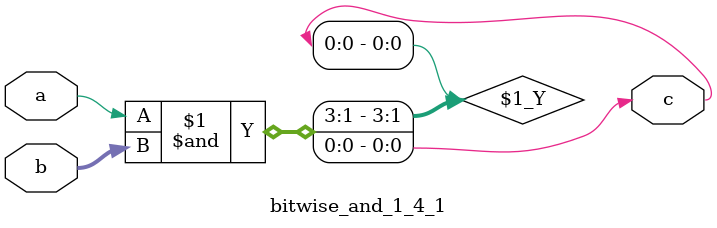
<source format=v>
module bitwise_and_1_4_1(a, b, c);
  input a;
  input [3:0] b;
  output c;
  assign c = a & b;
endmodule

</source>
